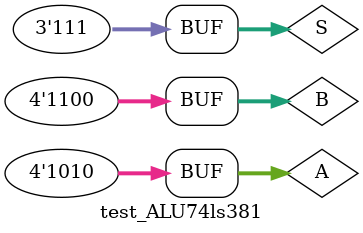
<source format=v>
module test_ALU74ls381;

reg[3:0] A;
reg[3:0] B;
reg[2:0] S;
wire[3:0] F;
wire C;

parameter STEP = 10;

ALU74ls381 alu(A, B, S, F, C);

initial begin
    $monitor("sel=%b, A=%b, B=%b, {C,F}=%b%b", S, A, B, C, F);

    A = 4'b0011; B = 4'b1111; S = 3'b000; //0000
    #STEP;
    S = 3'b001; //1100
    #STEP;
    A = 4'b1111; B = 4'b0001; S = 3'b010; //1110
    #STEP;
    S = 3'b011; //10000
    #STEP;
    A = 4'b1010; B = 4'b1100; S = 3'b100; //0110
    #STEP;
    S = 3'b101; //1110;
    #STEP;
    S = 3'b110; //1000
    #STEP;
    S = 3'b111; //xxxxx
end

endmodule



</source>
